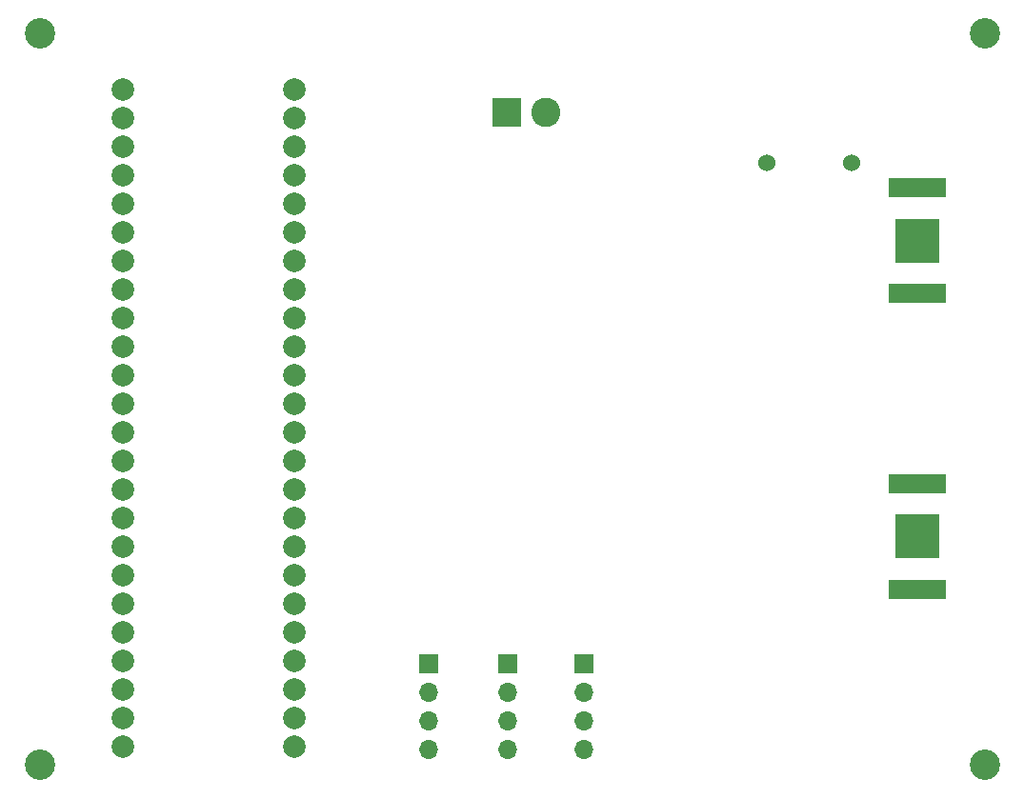
<source format=gbr>
%TF.GenerationSoftware,KiCad,Pcbnew,7.0.7*%
%TF.CreationDate,2024-01-17T19:34:37-05:00*%
%TF.ProjectId,Unified_Board,556e6966-6965-4645-9f42-6f6172642e6b,rev?*%
%TF.SameCoordinates,Original*%
%TF.FileFunction,Soldermask,Bot*%
%TF.FilePolarity,Negative*%
%FSLAX46Y46*%
G04 Gerber Fmt 4.6, Leading zero omitted, Abs format (unit mm)*
G04 Created by KiCad (PCBNEW 7.0.7) date 2024-01-17 19:34:37*
%MOMM*%
%LPD*%
G01*
G04 APERTURE LIST*
%ADD10R,1.700000X1.700000*%
%ADD11O,1.700000X1.700000*%
%ADD12R,2.600000X2.600000*%
%ADD13C,2.600000*%
%ADD14C,2.700000*%
%ADD15C,1.524000*%
%ADD16R,5.080000X1.780000*%
%ADD17R,3.960000X3.960000*%
%ADD18C,2.000000*%
G04 APERTURE END LIST*
D10*
%TO.C,J3*%
X107600000Y-96000000D03*
D11*
X107600000Y-98540000D03*
X107600000Y-101080000D03*
X107600000Y-103620000D03*
%TD*%
D12*
%TO.C,J1*%
X114500000Y-47000000D03*
D13*
X118000000Y-47000000D03*
%TD*%
D14*
%TO.C,H1*%
X157000000Y-40000000D03*
%TD*%
D15*
%TO.C,BZ1*%
X137650000Y-51500000D03*
X145150000Y-51500000D03*
%TD*%
D10*
%TO.C,J2*%
X114600000Y-96000000D03*
D11*
X114600000Y-98540000D03*
X114600000Y-101080000D03*
X114600000Y-103620000D03*
%TD*%
D16*
%TO.C,BT1*%
X151000000Y-89400000D03*
X151000000Y-80000000D03*
D17*
X151000000Y-84700000D03*
%TD*%
D10*
%TO.C,J4*%
X121400000Y-96000000D03*
D11*
X121400000Y-98540000D03*
X121400000Y-101080000D03*
X121400000Y-103620000D03*
%TD*%
D14*
%TO.C,H3*%
X73000000Y-105000000D03*
%TD*%
D16*
%TO.C,BT2*%
X151000000Y-63100000D03*
X151000000Y-53700000D03*
D17*
X151000000Y-58400000D03*
%TD*%
D14*
%TO.C,H2*%
X73000000Y-40000000D03*
%TD*%
%TO.C,H4*%
X157000000Y-105000000D03*
%TD*%
D18*
%TO.C,Teensy4.1*%
X95620000Y-44990000D03*
X95620000Y-47530000D03*
X95620000Y-50070000D03*
X95620000Y-52610000D03*
X95620000Y-55150000D03*
X95620000Y-57690000D03*
X95620000Y-60230000D03*
X95620000Y-62770000D03*
X95620000Y-65310000D03*
X95620000Y-67850000D03*
X95620000Y-70390000D03*
X95620000Y-72930000D03*
X95620000Y-75470000D03*
X95620000Y-78010000D03*
X95620000Y-80550000D03*
X95620000Y-83090000D03*
X95620000Y-85630000D03*
X95620000Y-88170000D03*
X95620000Y-90710000D03*
X95620000Y-93250000D03*
X95620000Y-95790000D03*
X95620000Y-98330000D03*
X95620000Y-100870000D03*
X95620000Y-103410000D03*
X80380000Y-103410000D03*
X80380000Y-100870000D03*
X80380000Y-98330000D03*
X80380000Y-95790000D03*
X80380000Y-93250000D03*
X80380000Y-90710000D03*
X80380000Y-88170000D03*
X80380000Y-85630000D03*
X80380000Y-83090000D03*
X80380000Y-80550000D03*
X80380000Y-78010000D03*
X80380000Y-75470000D03*
X80380000Y-72930000D03*
X80380000Y-70390000D03*
X80380000Y-67850000D03*
X80380000Y-65310000D03*
X80380000Y-62770000D03*
X80380000Y-60230000D03*
X80380000Y-57690000D03*
X80380000Y-55150000D03*
X80380000Y-52610000D03*
X80380000Y-50070000D03*
X80380000Y-47530000D03*
X80380000Y-44990000D03*
%TD*%
M02*

</source>
